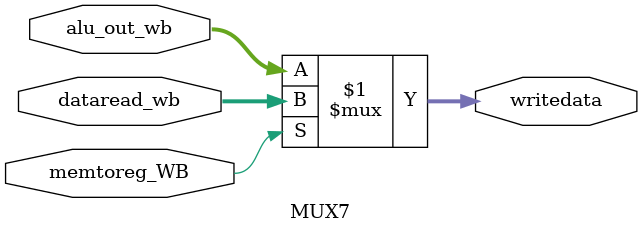
<source format=v>
module MUX7(
    input memtoreg_WB,
    input wire [31:0] dataread_wb,
    input wire [31:0] alu_out_wb,
    output [31:0] writedata
);
    assign writedata = memtoreg_WB ? dataread_wb : alu_out_wb;
endmodule
</source>
